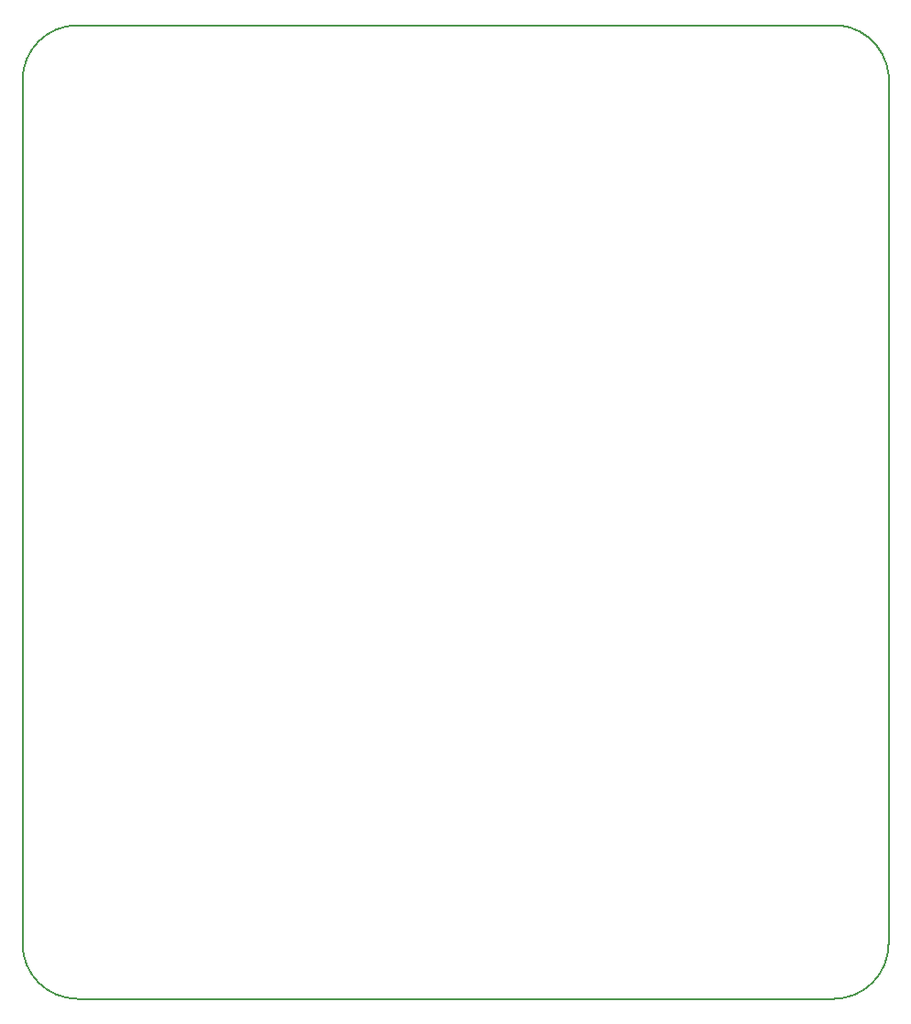
<source format=gbr>
G04 #@! TF.FileFunction,Profile,NP*
%FSLAX46Y46*%
G04 Gerber Fmt 4.6, Leading zero omitted, Abs format (unit mm)*
G04 Created by KiCad (PCBNEW 4.0.2+dfsg1-stable) date Sex 21 Jul 2017 02:20:20 BRT*
%MOMM*%
G01*
G04 APERTURE LIST*
%ADD10C,0.100000*%
%ADD11C,0.150000*%
G04 APERTURE END LIST*
D10*
D11*
X5080000Y10160000D02*
X5080000Y89916000D01*
X80010000Y5080000D02*
X10160000Y5080000D01*
X85090000Y89408000D02*
X85090000Y10160000D01*
X5080000Y10160000D02*
G75*
G03X10160000Y5080000I5080000J0D01*
G01*
X80010000Y5080000D02*
G75*
G03X85090000Y10160000I0J5080000D01*
G01*
X10160000Y94996000D02*
X80518000Y94996000D01*
X85090000Y89408000D02*
G75*
G03X80518000Y94996000I-5080000J508000D01*
G01*
X10160000Y94996000D02*
G75*
G03X5080000Y89916000I0J-5080000D01*
G01*
M02*

</source>
